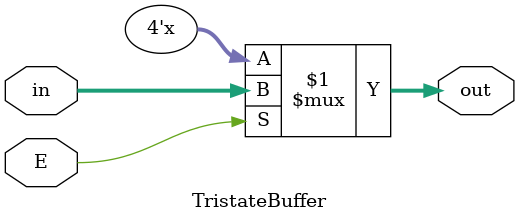
<source format=v>
`timescale 1ns / 1ps



module TristateBuffer(

input [3:0]in,
input E,
output tri [3:0]out

    );

assign out=E ?in : 4'bz;


endmodule

</source>
